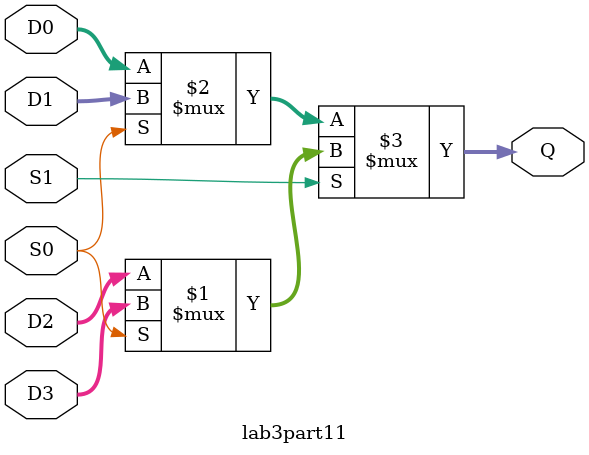
<source format=v>
`timescale 1 ns/ 10 ps

module lab3part11(Q, D0, D1, D2, D3, S0, S1);

input S0, S1;
input[7:0] D0, D1, D2, D3;
output[7:0] Q;

assign Q = S1 ? (S0 ? D3 : D2) : (S0 ? D1 : D0);
		
endmodule

</source>
